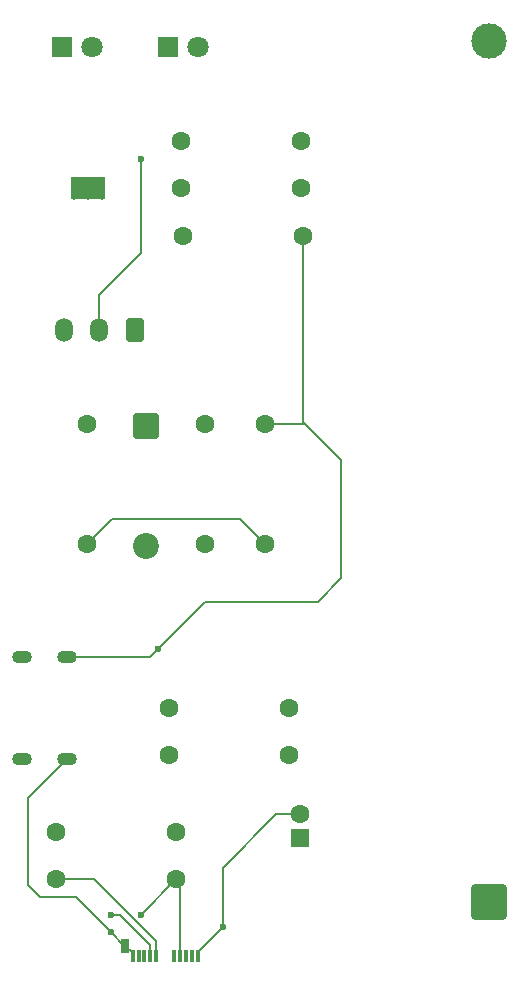
<source format=gbr>
%TF.GenerationSoftware,KiCad,Pcbnew,9.0.4*%
%TF.CreationDate,2025-10-16T13:30:46+09:00*%
%TF.ProjectId,HAM_Seminiar_Charger,48414d5f-5365-46d6-996e-6961725f4368,rev?*%
%TF.SameCoordinates,Original*%
%TF.FileFunction,Copper,L2,Bot*%
%TF.FilePolarity,Positive*%
%FSLAX46Y46*%
G04 Gerber Fmt 4.6, Leading zero omitted, Abs format (unit mm)*
G04 Created by KiCad (PCBNEW 9.0.4) date 2025-10-16 13:30:46*
%MOMM*%
%LPD*%
G01*
G04 APERTURE LIST*
G04 Aperture macros list*
%AMRoundRect*
0 Rectangle with rounded corners*
0 $1 Rounding radius*
0 $2 $3 $4 $5 $6 $7 $8 $9 X,Y pos of 4 corners*
0 Add a 4 corners polygon primitive as box body*
4,1,4,$2,$3,$4,$5,$6,$7,$8,$9,$2,$3,0*
0 Add four circle primitives for the rounded corners*
1,1,$1+$1,$2,$3*
1,1,$1+$1,$4,$5*
1,1,$1+$1,$6,$7*
1,1,$1+$1,$8,$9*
0 Add four rect primitives between the rounded corners*
20,1,$1+$1,$2,$3,$4,$5,0*
20,1,$1+$1,$4,$5,$6,$7,0*
20,1,$1+$1,$6,$7,$8,$9,0*
20,1,$1+$1,$8,$9,$2,$3,0*%
G04 Aperture macros list end*
%TA.AperFunction,ComponentPad*%
%ADD10RoundRect,0.249999X1.250001X-1.250001X1.250001X1.250001X-1.250001X1.250001X-1.250001X-1.250001X0*%
%TD*%
%TA.AperFunction,ComponentPad*%
%ADD11C,3.000000*%
%TD*%
%TA.AperFunction,ComponentPad*%
%ADD12C,1.600000*%
%TD*%
%TA.AperFunction,ComponentPad*%
%ADD13R,1.800000X1.800000*%
%TD*%
%TA.AperFunction,ComponentPad*%
%ADD14C,1.800000*%
%TD*%
%TA.AperFunction,HeatsinkPad*%
%ADD15O,1.700000X1.100000*%
%TD*%
%TA.AperFunction,ComponentPad*%
%ADD16RoundRect,0.250001X0.499999X0.759999X-0.499999X0.759999X-0.499999X-0.759999X0.499999X-0.759999X0*%
%TD*%
%TA.AperFunction,ComponentPad*%
%ADD17O,1.500000X2.020000*%
%TD*%
%TA.AperFunction,HeatsinkPad*%
%ADD18C,0.500000*%
%TD*%
%TA.AperFunction,HeatsinkPad*%
%ADD19R,2.900000X1.900000*%
%TD*%
%TA.AperFunction,ComponentPad*%
%ADD20RoundRect,0.249999X-0.850001X0.850001X-0.850001X-0.850001X0.850001X-0.850001X0.850001X0.850001X0*%
%TD*%
%TA.AperFunction,ComponentPad*%
%ADD21C,2.200000*%
%TD*%
%TA.AperFunction,SMDPad,CuDef*%
%ADD22R,0.380000X1.000000*%
%TD*%
%TA.AperFunction,SMDPad,CuDef*%
%ADD23R,0.700000X1.150000*%
%TD*%
%TA.AperFunction,ComponentPad*%
%ADD24RoundRect,0.250000X0.550000X-0.550000X0.550000X0.550000X-0.550000X0.550000X-0.550000X-0.550000X0*%
%TD*%
%TA.AperFunction,ViaPad*%
%ADD25C,0.600000*%
%TD*%
%TA.AperFunction,Conductor*%
%ADD26C,0.200000*%
%TD*%
G04 APERTURE END LIST*
D10*
%TO.P,BT1,1,+*%
%TO.N,Vbat*%
X174200000Y-126250000D03*
D11*
%TO.P,BT1,2,-*%
%TO.N,GND*%
X174200000Y-53350000D03*
%TD*%
D12*
%TO.P,R8,1*%
%TO.N,+5V*%
X147700000Y-124305000D03*
%TO.P,R8,2*%
%TO.N,Net-(P1-VCONN)*%
X137540000Y-124305000D03*
%TD*%
%TO.P,R9,1*%
%TO.N,+5V*%
X147700000Y-120305000D03*
%TO.P,R9,2*%
%TO.N,Net-(P1-CC)*%
X137540000Y-120305000D03*
%TD*%
D13*
%TO.P,D3,1,K*%
%TO.N,Net-(D3-K)*%
X147040000Y-53805000D03*
D14*
%TO.P,D3,2,A*%
%TO.N,Vusb*%
X149580000Y-53805000D03*
%TD*%
D12*
%TO.P,R1,1*%
%TO.N,Net-(SW1-A)*%
X150200000Y-95885000D03*
%TO.P,R1,2*%
%TO.N,GND*%
X150200000Y-85725000D03*
%TD*%
%TO.P,R4,1*%
%TO.N,+5V*%
X140200000Y-85725000D03*
%TO.P,R4,2*%
%TO.N,Net-(U1-FB)*%
X140200000Y-95885000D03*
%TD*%
%TO.P,R5,1*%
%TO.N,Net-(U1-FB)*%
X155200000Y-95885000D03*
%TO.P,R5,2*%
%TO.N,GND*%
X155200000Y-85725000D03*
%TD*%
D15*
%TO.P,J1,S1,SHIELD*%
%TO.N,GND*%
X138500000Y-105485000D03*
X134700000Y-105485000D03*
X138500000Y-114125000D03*
X134700000Y-114125000D03*
%TD*%
D16*
%TO.P,SW1,1,A*%
%TO.N,Net-(SW1-A)*%
X144200000Y-77805000D03*
D17*
%TO.P,SW1,2,B*%
%TO.N,Vbat*%
X141200000Y-77805000D03*
%TO.P,SW1,3,C*%
%TO.N,unconnected-(SW1-C-Pad3)*%
X138200000Y-77805000D03*
%TD*%
D18*
%TO.P,U2,9,EPAD*%
%TO.N,GND*%
X139080000Y-66505000D03*
X140280000Y-66505000D03*
X141480000Y-66505000D03*
D19*
X140280000Y-65805000D03*
D18*
X139080000Y-65105000D03*
X140280000Y-65105000D03*
X141480000Y-65105000D03*
%TD*%
D20*
%TO.P,D1,1,K*%
%TO.N,+5V*%
X145200000Y-85885000D03*
D21*
%TO.P,D1,2,A*%
%TO.N,Net-(D1-A)*%
X145200000Y-96045000D03*
%TD*%
D12*
%TO.P,R10,1*%
%TO.N,Net-(U2-PROG)*%
X148280000Y-69805000D03*
%TO.P,R10,2*%
%TO.N,GND*%
X158440000Y-69805000D03*
%TD*%
%TO.P,R2,1*%
%TO.N,Net-(J1-CC2)*%
X147120000Y-113805000D03*
%TO.P,R2,2*%
%TO.N,GND*%
X157280000Y-113805000D03*
%TD*%
D13*
%TO.P,D2,1,K*%
%TO.N,Net-(D2-K)*%
X138040000Y-53805000D03*
D14*
%TO.P,D2,2,A*%
%TO.N,Vusb*%
X140580000Y-53805000D03*
%TD*%
D12*
%TO.P,R7,1*%
%TO.N,Net-(U2-~{STDBY})*%
X148120000Y-61805000D03*
%TO.P,R7,2*%
%TO.N,Net-(D3-K)*%
X158280000Y-61805000D03*
%TD*%
%TO.P,R3,1*%
%TO.N,Net-(J1-CC1)*%
X147120000Y-109805000D03*
%TO.P,R3,2*%
%TO.N,GND*%
X157280000Y-109805000D03*
%TD*%
%TO.P,R6,1*%
%TO.N,Net-(U2-~{CHRG})*%
X148120000Y-65805000D03*
%TO.P,R6,2*%
%TO.N,Net-(D2-K)*%
X158280000Y-65805000D03*
%TD*%
D22*
%TO.P,P1,B1,GND*%
%TO.N,GND*%
X144030000Y-130765000D03*
%TO.P,P1,B2,TX2+*%
%TO.N,unconnected-(P1-TX2+-PadB2)*%
X144530000Y-130765000D03*
%TO.P,P1,B3,TX2-*%
%TO.N,unconnected-(P1-TX2--PadB3)*%
X145030000Y-130765000D03*
%TO.P,P1,B4,VBUS*%
%TO.N,+5V*%
X145530000Y-130765000D03*
%TO.P,P1,B5,VCONN*%
%TO.N,Net-(P1-VCONN)*%
X146030000Y-130765000D03*
%TO.P,P1,B8,SBU2*%
%TO.N,unconnected-(P1-SBU2-PadB8)*%
X147530000Y-130765000D03*
%TO.P,P1,B9,VBUS*%
%TO.N,+5V*%
X148030000Y-130765000D03*
%TO.P,P1,B10,RX1-*%
%TO.N,unconnected-(P1-RX1--PadB10)*%
X148530000Y-130765000D03*
%TO.P,P1,B11,RX1+*%
%TO.N,unconnected-(P1-RX1+-PadB11)*%
X149030000Y-130765000D03*
%TO.P,P1,B12,GND*%
%TO.N,GND*%
X149530000Y-130765000D03*
D23*
%TO.P,P1,S1,SHIELD*%
X143360000Y-129925000D03*
%TD*%
D24*
%TO.P,C1,1*%
%TO.N,+5V*%
X158200000Y-120805000D03*
D12*
%TO.P,C1,2*%
%TO.N,GND*%
X158200000Y-118805000D03*
%TD*%
D25*
%TO.N,Vbat*%
X144700000Y-63305000D03*
%TO.N,GND*%
X151700000Y-128305000D03*
X142200000Y-128805000D03*
X146200000Y-104805000D03*
%TO.N,+5V*%
X142200000Y-127305000D03*
X144700000Y-127305000D03*
%TD*%
D26*
%TO.N,Vbat*%
X141200000Y-77805000D02*
X141200000Y-74805000D01*
X144700000Y-71305000D02*
X144700000Y-63305000D01*
X141200000Y-74805000D02*
X144700000Y-71305000D01*
%TO.N,GND*%
X151700000Y-128355058D02*
X149521000Y-130534058D01*
X145520000Y-105485000D02*
X138500000Y-105485000D01*
X158440000Y-85545000D02*
X158440000Y-69805000D01*
X156200000Y-118805000D02*
X151700000Y-123305000D01*
X158620000Y-85725000D02*
X158440000Y-85545000D01*
X161700000Y-98805000D02*
X161700000Y-88805000D01*
X142200000Y-128805000D02*
X139200000Y-125805000D01*
X139200000Y-125805000D02*
X136200000Y-125805000D01*
X143360000Y-129925000D02*
X143419942Y-129925000D01*
X150200000Y-100805000D02*
X159700000Y-100805000D01*
X158620000Y-85725000D02*
X155200000Y-85725000D01*
X135200000Y-117425000D02*
X138500000Y-114125000D01*
X143419942Y-129925000D02*
X144039000Y-130544058D01*
X136200000Y-125805000D02*
X135200000Y-124805000D01*
X159700000Y-100805000D02*
X161700000Y-98805000D01*
X151700000Y-128305000D02*
X151700000Y-128355058D01*
X158200000Y-118805000D02*
X156200000Y-118805000D01*
X146200000Y-104805000D02*
X145520000Y-105485000D01*
X146200000Y-104805000D02*
X150200000Y-100805000D01*
X143360000Y-129925000D02*
X143320000Y-129925000D01*
X161700000Y-88805000D02*
X158620000Y-85725000D01*
X151700000Y-123305000D02*
X151700000Y-128305000D01*
X143320000Y-129925000D02*
X142200000Y-128805000D01*
X135200000Y-124805000D02*
X135200000Y-117425000D01*
%TO.N,+5V*%
X145530000Y-129886000D02*
X145530000Y-130765000D01*
X144700000Y-127305000D02*
X147700000Y-124305000D01*
X142200000Y-127305000D02*
X142949000Y-127305000D01*
X147700000Y-124305000D02*
X148030000Y-124635000D01*
X142949000Y-127305000D02*
X145530000Y-129886000D01*
X148030000Y-124635000D02*
X148030000Y-130765000D01*
%TO.N,Net-(P1-VCONN)*%
X140781000Y-124305000D02*
X146030000Y-129554000D01*
X146030000Y-129554000D02*
X146030000Y-130765000D01*
X137540000Y-124305000D02*
X140781000Y-124305000D01*
%TO.N,Net-(U1-FB)*%
X142280000Y-93805000D02*
X140200000Y-95885000D01*
X153120000Y-93805000D02*
X142280000Y-93805000D01*
X155200000Y-95885000D02*
X153120000Y-93805000D01*
%TD*%
M02*

</source>
